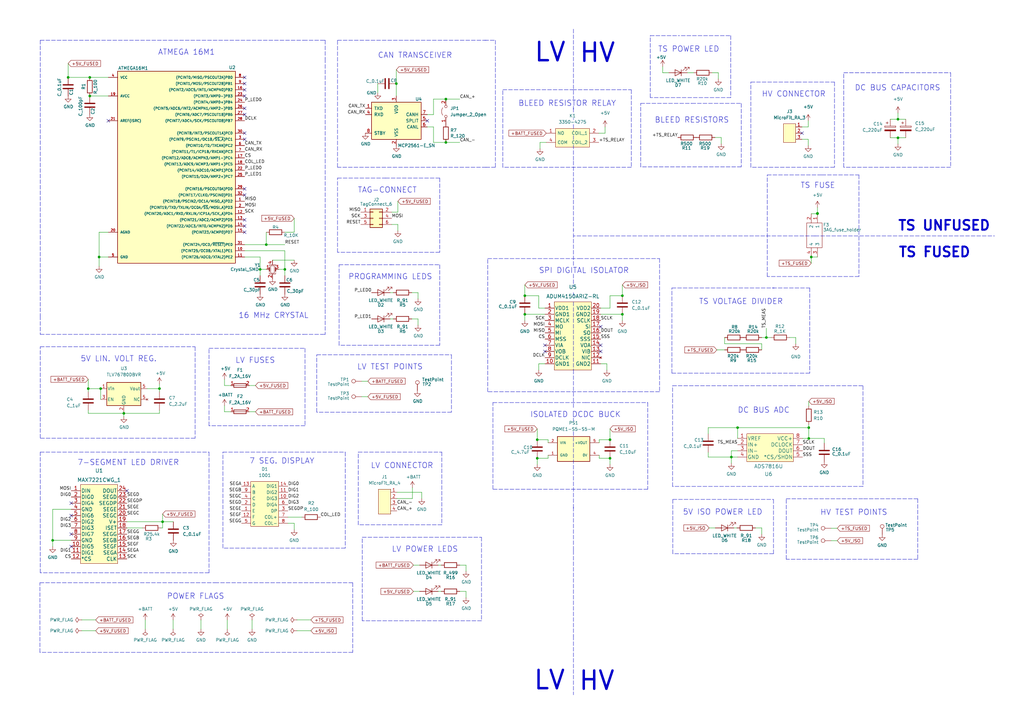
<source format=kicad_sch>
(kicad_sch (version 20211123) (generator eeschema)
  (paper "A3")
  (junction (at 331.724 175.387))
  (junction (at 368.3 48.895))
  (junction (at 40.64 105.41))
  (junction (at 368.3 56.515))
  (junction (at 182.88 58.42))
  (junction (at 255.27 121.285))
  (junction (at 50.8 169.545))
  (junction (at 182.88 40.64))
  (junction (at 335.28 87.63))
  (junction (at 36.195 159.385))
  (junction (at 27.94 31.75))
  (junction (at 255.27 128.905))
  (junction (at 215.265 128.905))
  (junction (at 215.265 121.285))
  (junction (at 162.56 34.29))
  (junction (at 250.19 187.96))
  (junction (at 36.83 39.37))
  (junction (at 66.675 213.995))
  (junction (at 21.59 221.615))
  (junction (at 314.325 138.43))
  (junction (at 220.345 180.34))
  (junction (at 106.68 110.49))
  (junction (at 116.84 110.49))
  (junction (at 65.405 159.385))
  (junction (at 250.19 180.34))
  (junction (at 332.74 105.41))
  (junction (at 302.514 175.387))
  (junction (at 36.83 31.75))
  (junction (at 331.724 179.832))
  (junction (at 220.345 187.96))
  (junction (at 299.974 187.452))
  (junction (at 41.275 159.385))
  (junction (at 109.22 100.33))
  (junction (at 335.28 87.503))
  (no_connect (at 100.33 46.99))
  (no_connect (at 100.33 90.17))
  (no_connect (at 246.38 133.985))
  (no_connect (at 29.21 219.075))
  (no_connect (at 175.26 49.53))
  (no_connect (at 223.52 141.605))
  (no_connect (at 100.33 80.01))
  (no_connect (at 100.33 36.83))
  (no_connect (at 29.21 211.455))
  (no_connect (at 100.33 95.25))
  (no_connect (at 100.33 54.61))
  (no_connect (at 100.33 92.71))
  (no_connect (at 246.38 144.145))
  (no_connect (at 100.33 77.47))
  (no_connect (at 246.38 141.605))
  (no_connect (at 328.93 54.61))
  (no_connect (at 52.07 201.295))
  (no_connect (at 100.33 31.75))
  (no_connect (at 29.21 206.375))
  (no_connect (at 100.33 44.45))
  (no_connect (at 223.52 144.145))
  (no_connect (at 100.33 34.29))
  (no_connect (at 29.21 224.155))
  (no_connect (at 100.33 57.15))
  (no_connect (at 100.33 39.37))
  (no_connect (at 44.45 49.53))
  (wire (pts (xy 40.64 105.41) (xy 40.64 95.25)))
  (polyline (pts (xy 185.166 145.542) (xy 185.166 169.037)))
  (polyline (pts (xy 322.453 204.597) (xy 354.203 204.597)))
  (polyline (pts (xy 171.069 185.42) (xy 181.229 185.42)))
  (wire (pts (xy 116.84 95.25) (xy 120.65 95.25)))
  (polyline (pts (xy 317.246 204.851) (xy 317.246 227.076)))
  (wire (pts (xy 179.705 231.775) (xy 180.975 231.775)))
  (wire (pts (xy 224.79 181.61) (xy 224.79 180.34)))
  (wire (pts (xy 245.745 187.96) (xy 250.19 187.96)))
  (polyline (pts (xy 265.684 165.1) (xy 265.684 200.66)))
  (polyline (pts (xy 299.72 14.605) (xy 299.72 40.005)))
  (polyline (pts (xy 16.51 16.51) (xy 16.51 129.54)))
  (wire (pts (xy 250.19 187.96) (xy 250.19 190.5)))
  (wire (pts (xy 368.3 48.895) (xy 371.475 48.895)))
  (wire (pts (xy 250.19 175.895) (xy 250.19 180.34)))
  (polyline (pts (xy 16.383 239.014) (xy 88.138 239.014)))
  (wire (pts (xy 245.745 181.61) (xy 245.745 180.34)))
  (polyline (pts (xy 144.653 267.589) (xy 16.383 267.589)))
  (wire (pts (xy 281.94 29.845) (xy 284.48 29.845)))
  (wire (pts (xy 36.195 160.655) (xy 36.195 159.385)))
  (wire (pts (xy 220.98 149.225) (xy 223.52 149.225)))
  (wire (pts (xy 172.085 242.57) (xy 169.545 242.57)))
  (polyline (pts (xy 80.01 179.705) (xy 16.51 179.705)))
  (polyline (pts (xy 85.725 185.42) (xy 85.725 234.95)))
  (wire (pts (xy 299.974 184.912) (xy 299.974 187.452)))
  (polyline (pts (xy 353.949 158.242) (xy 353.949 199.517)))
  (polyline (pts (xy 327.025 33.655) (xy 342.265 33.655)))
  (polyline (pts (xy 283.718 42.418) (xy 304.038 42.418)))
  (polyline (pts (xy 124.46 137.16) (xy 132.08 137.16)))
  (polyline (pts (xy 237.49 106.045) (xy 270.51 106.045)))
  (polyline (pts (xy 352.298 113.411) (xy 314.706 113.411)))
  (polyline (pts (xy 85.725 234.95) (xy 16.51 234.95)))
  (wire (pts (xy 27.94 31.75) (xy 36.83 31.75)))
  (wire (pts (xy 365.125 56.515) (xy 368.3 56.515)))
  (wire (pts (xy 191.135 242.57) (xy 191.135 245.11)))
  (wire (pts (xy 248.92 149.225) (xy 248.92 151.765)))
  (wire (pts (xy 343.408 221.742) (xy 340.868 221.742)))
  (wire (pts (xy 335.28 87.503) (xy 335.28 87.63)))
  (wire (pts (xy 175.26 52.07) (xy 177.8 52.07)))
  (polyline (pts (xy 270.51 106.045) (xy 270.51 160.655)))
  (wire (pts (xy 177.8 58.42) (xy 182.88 58.42)))
  (wire (pts (xy 103.378 254.254) (xy 103.378 258.064)))
  (wire (pts (xy 220.98 121.285) (xy 220.98 126.365)))
  (wire (pts (xy 162.814 204.47) (xy 169.164 204.47)))
  (wire (pts (xy 329.184 179.832) (xy 331.724 179.832)))
  (polyline (pts (xy 324.739 158.242) (xy 353.949 158.242)))
  (wire (pts (xy 160.02 120.015) (xy 161.29 120.015)))
  (wire (pts (xy 326.39 138.43) (xy 326.39 140.97)))
  (wire (pts (xy 309.88 216.535) (xy 312.42 216.535)))
  (wire (pts (xy 171.45 120.015) (xy 171.45 122.555)))
  (wire (pts (xy 154.94 34.29) (xy 154.94 38.1)))
  (wire (pts (xy 160.655 86.995) (xy 163.195 86.995)))
  (wire (pts (xy 182.88 57.15) (xy 182.88 58.42)))
  (polyline (pts (xy 180.34 103.505) (xy 138.43 103.505)))
  (wire (pts (xy 41.275 159.385) (xy 41.275 163.83)))
  (wire (pts (xy 250.19 121.285) (xy 250.19 126.365)))
  (wire (pts (xy 224.79 186.69) (xy 224.79 187.96)))
  (wire (pts (xy 60.325 159.385) (xy 65.405 159.385)))
  (polyline (pts (xy 88.138 239.014) (xy 144.653 239.014)))
  (polyline (pts (xy 16.51 137.16) (xy 124.46 137.16)))
  (polyline (pts (xy 206.248 68.58) (xy 206.248 36.83)))
  (polyline (pts (xy 235.204 11.938) (xy 235.204 40.64)))
  (wire (pts (xy 150.876 156.337) (xy 148.336 156.337)))
  (wire (pts (xy 255.27 128.905) (xy 255.27 131.445)))
  (wire (pts (xy 343.408 216.662) (xy 340.868 216.662)))
  (polyline (pts (xy 138.43 73.025) (xy 158.115 73.025)))
  (wire (pts (xy 21.59 224.155) (xy 21.59 221.615)))
  (wire (pts (xy 220.98 126.365) (xy 223.52 126.365)))
  (polyline (pts (xy 235.204 123.825) (xy 235.204 151.765)))
  (wire (pts (xy 297.18 140.97) (xy 297.18 138.43)))
  (wire (pts (xy 368.3 56.515) (xy 368.3 59.055)))
  (wire (pts (xy 335.28 87.63) (xy 332.74 87.63)))
  (wire (pts (xy 215.265 128.905) (xy 215.265 131.445)))
  (polyline (pts (xy 275.844 199.517) (xy 275.844 158.242)))
  (polyline (pts (xy 180.34 141.605) (xy 139.065 141.605)))
  (polyline (pts (xy 266.7 14.605) (xy 278.765 14.605)))
  (wire (pts (xy 290.449 187.452) (xy 299.974 187.452)))
  (wire (pts (xy 102.235 168.91) (xy 104.775 168.91)))
  (polyline (pts (xy 181.229 215.265) (xy 146.939 215.265)))
  (polyline (pts (xy 185.166 169.037) (xy 129.921 169.037)))
  (polyline (pts (xy 160.02 108.585) (xy 180.34 108.585)))
  (wire (pts (xy 162.56 39.37) (xy 162.56 34.29)))
  (polyline (pts (xy 346.075 68.58) (xy 346.075 29.845)))
  (wire (pts (xy 312.42 140.97) (xy 297.18 140.97)))
  (polyline (pts (xy 235.204 94.488) (xy 235.204 94.234)))
  (wire (pts (xy 59.563 258.064) (xy 59.563 254.254)))
  (wire (pts (xy 182.88 58.42) (xy 188.595 58.42)))
  (wire (pts (xy 302.514 187.452) (xy 299.974 187.452)))
  (wire (pts (xy 172.085 231.775) (xy 169.545 231.775)))
  (polyline (pts (xy 266.7 40.005) (xy 266.7 14.605)))
  (wire (pts (xy 92.075 168.91) (xy 94.615 168.91)))
  (polyline (pts (xy 85.725 174.625) (xy 85.725 142.875)))
  (wire (pts (xy 245.618 54.61) (xy 248.158 54.61)))
  (polyline (pts (xy 146.939 185.42) (xy 170.434 185.42)))
  (wire (pts (xy 116.84 110.49) (xy 116.84 102.87)))
  (wire (pts (xy 52.07 216.535) (xy 58.42 216.535)))
  (polyline (pts (xy 275.971 227.076) (xy 275.971 204.851)))
  (wire (pts (xy 27.94 26.035) (xy 27.94 31.75)))
  (wire (pts (xy 331.724 175.387) (xy 331.724 179.832)))
  (wire (pts (xy 172.974 204.47) (xy 172.974 201.93)))
  (polyline (pts (xy 138.43 16.51) (xy 199.39 16.51)))
  (polyline (pts (xy 275.59 118.11) (xy 317.5 118.11)))
  (wire (pts (xy 36.195 169.545) (xy 50.8 169.545)))
  (wire (pts (xy 335.28 85.09) (xy 335.28 87.503)))
  (wire (pts (xy 102.235 158.115) (xy 104.775 158.115)))
  (wire (pts (xy 271.78 27.305) (xy 271.78 29.845)))
  (wire (pts (xy 294.64 29.845) (xy 294.64 32.385)))
  (wire (pts (xy 36.195 159.385) (xy 41.275 159.385)))
  (polyline (pts (xy 124.46 16.51) (xy 132.08 16.51)))
  (polyline (pts (xy 198.755 16.51) (xy 203.2 16.51)))
  (polyline (pts (xy 235.204 112.395) (xy 235.204 117.475)))
  (polyline (pts (xy 206.248 36.83) (xy 234.823 36.83)))
  (polyline (pts (xy 332.105 153.035) (xy 275.59 153.035)))
  (wire (pts (xy 160.655 92.075) (xy 163.195 92.075)))
  (wire (pts (xy 160.02 130.81) (xy 161.29 130.81)))
  (wire (pts (xy 188.595 242.57) (xy 191.135 242.57)))
  (polyline (pts (xy 299.72 40.005) (xy 266.7 40.005)))
  (wire (pts (xy 179.705 242.57) (xy 180.975 242.57)))
  (polyline (pts (xy 235.204 55.626) (xy 235.204 57.404)))
  (wire (pts (xy 66.675 213.995) (xy 71.12 213.995)))
  (wire (pts (xy 290.449 177.927) (xy 290.449 175.387)))
  (wire (pts (xy 66.04 216.535) (xy 66.675 216.535)))
  (polyline (pts (xy 80.01 142.24) (xy 80.01 179.705)))
  (wire (pts (xy 162.56 28.575) (xy 162.56 34.29)))
  (polyline (pts (xy 104.775 142.875) (xy 125.095 142.875)))
  (wire (pts (xy 246.38 128.905) (xy 255.27 128.905)))
  (polyline (pts (xy 51.435 142.24) (xy 80.01 142.24)))
  (wire (pts (xy 169.164 204.47) (xy 169.164 200.025)))
  (wire (pts (xy 168.91 130.81) (xy 171.45 130.81)))
  (polyline (pts (xy 141.605 185.42) (xy 141.605 224.79)))
  (polyline (pts (xy 332.105 118.11) (xy 332.105 153.035)))
  (polyline (pts (xy 16.51 179.705) (xy 16.51 142.24)))
  (wire (pts (xy 312.42 138.43) (xy 314.325 138.43)))
  (polyline (pts (xy 139.065 141.605) (xy 139.065 108.585)))
  (polyline (pts (xy 235.204 48.514) (xy 235.204 49.022)))
  (polyline (pts (xy 235.204 120.015) (xy 235.204 121.285)))
  (polyline (pts (xy 199.39 68.58) (xy 138.43 68.58)))
  (wire (pts (xy 65.405 169.545) (xy 50.8 169.545)))
  (wire (pts (xy 331.47 52.07) (xy 331.47 49.53)))
  (wire (pts (xy 221.488 60.96) (xy 221.488 58.42)))
  (polyline (pts (xy 132.08 137.16) (xy 133.35 137.16)))
  (polyline (pts (xy 352.298 71.755) (xy 352.298 113.411)))
  (polyline (pts (xy 164.211 145.542) (xy 185.166 145.542)))
  (polyline (pts (xy 91.44 185.42) (xy 111.76 185.42)))
  (wire (pts (xy 331.724 164.592) (xy 331.724 166.497)))
  (wire (pts (xy 295.783 56.388) (xy 295.783 58.928)))
  (wire (pts (xy 332.74 105.41) (xy 332.74 107.95)))
  (wire (pts (xy 255.27 121.285) (xy 250.19 121.285)))
  (polyline (pts (xy 141.605 224.79) (xy 91.44 224.79)))
  (wire (pts (xy 40.64 109.22) (xy 40.64 105.41)))
  (polyline (pts (xy 307.975 33.655) (xy 327.025 33.655)))
  (polyline (pts (xy 235.204 44.323) (xy 235.204 46.609)))
  (polyline (pts (xy 258.953 36.83) (xy 258.953 68.58)))
  (polyline (pts (xy 235.204 260.858) (xy 235.204 284.988)))
  (polyline (pts (xy 300.736 204.851) (xy 317.246 204.851)))
  (polyline (pts (xy 144.653 239.014) (xy 144.653 267.589)))
  (wire (pts (xy 224.79 180.34) (xy 220.345 180.34)))
  (polyline (pts (xy 16.383 267.589) (xy 16.383 239.014)))
  (polyline (pts (xy 197.485 220.345) (xy 197.485 254.635)))
  (polyline (pts (xy 148.59 254.635) (xy 148.59 220.345)))
  (wire (pts (xy 127.508 254.254) (xy 121.793 254.254)))
  (wire (pts (xy 120.65 89.535) (xy 120.65 95.25)))
  (wire (pts (xy 116.84 110.49) (xy 116.84 113.03)))
  (wire (pts (xy 292.1 29.845) (xy 294.64 29.845)))
  (wire (pts (xy 109.22 100.33) (xy 116.84 100.33)))
  (polyline (pts (xy 337.058 71.755) (xy 352.298 71.755)))
  (polyline (pts (xy 270.51 160.655) (xy 200.025 160.655)))
  (wire (pts (xy 100.33 100.33) (xy 109.22 100.33)))
  (polyline (pts (xy 146.939 215.265) (xy 146.939 185.42)))
  (polyline (pts (xy 235.204 177.038) (xy 235.204 208.788)))
  (wire (pts (xy 302.514 175.387) (xy 302.514 179.832)))
  (wire (pts (xy 312.42 143.51) (xy 312.42 140.97)))
  (wire (pts (xy 109.22 100.33) (xy 109.22 95.25)))
  (wire (pts (xy 52.07 213.995) (xy 66.675 213.995)))
  (polyline (pts (xy 132.08 16.51) (xy 133.35 16.51)))
  (wire (pts (xy 177.8 40.64) (xy 177.8 46.99)))
  (wire (pts (xy 40.64 95.25) (xy 44.45 95.25)))
  (wire (pts (xy 118.11 214.63) (xy 120.65 214.63)))
  (wire (pts (xy 331.724 174.117) (xy 331.724 175.387)))
  (wire (pts (xy 290.449 175.387) (xy 302.514 175.387)))
  (polyline (pts (xy 240.284 165.1) (xy 265.684 165.1)))
  (polyline (pts (xy 181.229 185.42) (xy 181.229 215.265)))
  (polyline (pts (xy 279.4 14.605) (xy 299.72 14.605)))
  (wire (pts (xy 92.075 155.575) (xy 92.075 158.115)))
  (polyline (pts (xy 353.949 199.517) (xy 275.844 199.517)))
  (wire (pts (xy 328.93 52.07) (xy 331.47 52.07)))
  (wire (pts (xy 36.195 169.545) (xy 36.195 168.275)))
  (polyline (pts (xy 275.971 204.851) (xy 300.736 204.851)))
  (polyline (pts (xy 16.51 234.95) (xy 16.51 185.42)))
  (wire (pts (xy 215.265 128.905) (xy 223.52 128.905)))
  (wire (pts (xy 127.508 258.699) (xy 121.793 258.699)))
  (wire (pts (xy 365.125 48.895) (xy 368.3 48.895)))
  (polyline (pts (xy 85.725 142.875) (xy 105.41 142.875)))
  (polyline (pts (xy 53.34 185.42) (xy 85.725 185.42)))
  (polyline (pts (xy 138.43 68.58) (xy 138.43 16.51)))
  (polyline (pts (xy 16.51 16.51) (xy 124.46 16.51)))
  (polyline (pts (xy 180.34 108.585) (xy 180.34 141.605)))
  (wire (pts (xy 94.615 158.115) (xy 92.075 158.115)))
  (wire (pts (xy 100.33 102.87) (xy 116.84 102.87)))
  (wire (pts (xy 191.135 231.775) (xy 191.135 234.315)))
  (wire (pts (xy 175.26 46.99) (xy 177.8 46.99)))
  (polyline (pts (xy 334.264 96.774) (xy 235.204 96.774)))
  (wire (pts (xy 171.45 130.81) (xy 171.45 133.35)))
  (wire (pts (xy 245.745 186.69) (xy 245.745 187.96)))
  (wire (pts (xy 100.33 105.41) (xy 106.68 105.41)))
  (wire (pts (xy 302.514 175.387) (xy 331.724 175.387)))
  (wire (pts (xy 368.3 46.355) (xy 368.3 48.895)))
  (polyline (pts (xy 235.204 51.054) (xy 235.204 53.594)))
  (wire (pts (xy 293.37 216.535) (xy 290.83 216.535)))
  (polyline (pts (xy 346.075 29.845) (xy 369.57 29.845)))
  (wire (pts (xy 21.59 208.915) (xy 21.59 221.615)))
  (wire (pts (xy 150.876 162.687) (xy 148.336 162.687)))
  (polyline (pts (xy 342.265 33.655) (xy 342.265 68.58)))
  (wire (pts (xy 331.47 57.15) (xy 331.47 59.69)))
  (polyline (pts (xy 314.706 113.411) (xy 314.706 71.755)))
  (polyline (pts (xy 133.35 16.51) (xy 133.35 24.13)))
  (wire (pts (xy 338.074 179.832) (xy 338.074 181.737)))
  (wire (pts (xy 255.27 116.84) (xy 255.27 121.285)))
  (wire (pts (xy 221.488 58.42) (xy 224.028 58.42)))
  (polyline (pts (xy 16.51 185.42) (xy 53.34 185.42)))
  (wire (pts (xy 40.64 105.41) (xy 44.45 105.41)))
  (polyline (pts (xy 203.2 68.58) (xy 198.755 68.58)))
  (wire (pts (xy 106.68 113.03) (xy 106.68 110.49)))
  (polyline (pts (xy 200.025 160.655) (xy 200.025 106.045)))
  (wire (pts (xy 118.11 212.09) (xy 123.825 212.09)))
  (wire (pts (xy 299.974 187.452) (xy 299.974 189.992)))
  (polyline (pts (xy 376.428 229.362) (xy 322.453 229.362)))
  (wire (pts (xy 36.83 39.37) (xy 44.45 39.37)))
  (wire (pts (xy 335.28 105.41) (xy 332.74 105.41)))
  (wire (pts (xy 188.595 231.775) (xy 191.135 231.775)))
  (wire (pts (xy 36.83 31.75) (xy 44.45 31.75)))
  (wire (pts (xy 65.405 159.385) (xy 65.405 160.655)))
  (polyline (pts (xy 235.204 66.04) (xy 235.204 108.966)))
  (wire (pts (xy 312.42 216.535) (xy 312.42 219.075)))
  (polyline (pts (xy 235.204 171.45) (xy 235.204 172.72)))
  (polyline (pts (xy 139.065 108.585) (xy 160.655 108.585)))
  (wire (pts (xy 172.974 201.93) (xy 162.814 201.93)))
  (wire (pts (xy 93.218 258.064) (xy 93.218 254.254)))
  (wire (pts (xy 36.195 155.575) (xy 36.195 159.385)))
  (polyline (pts (xy 91.44 224.79) (xy 91.44 185.42)))
  (polyline (pts (xy 304.038 42.418) (xy 304.038 68.453)))
  (polyline (pts (xy 234.823 36.83) (xy 258.953 36.83)))
  (polyline (pts (xy 180.34 73.025) (xy 180.34 103.505)))
  (polyline (pts (xy 258.953 68.58) (xy 206.248 68.58)))
  (wire (pts (xy 66.675 210.82) (xy 66.675 213.995)))
  (polyline (pts (xy 235.204 59.436) (xy 235.204 66.04)))
  (wire (pts (xy 82.423 254.254) (xy 82.423 258.064)))
  (wire (pts (xy 182.88 40.64) (xy 188.595 40.64)))
  (wire (pts (xy 215.265 121.285) (xy 220.98 121.285)))
  (polyline (pts (xy 314.706 71.755) (xy 337.058 71.755)))
  (polyline (pts (xy 125.095 174.625) (xy 85.725 174.625)))
  (wire (pts (xy 220.98 151.765) (xy 220.98 149.225)))
  (wire (pts (xy 215.265 116.84) (xy 215.265 121.285)))
  (polyline (pts (xy 275.59 153.035) (xy 275.59 118.11)))
  (wire (pts (xy 70.993 258.064) (xy 70.993 254.254)))
  (wire (pts (xy 177.8 40.64) (xy 182.88 40.64)))
  (polyline (pts (xy 202.184 165.1) (xy 240.284 165.1)))
  (polyline (pts (xy 307.975 68.58) (xy 307.975 33.655)))
  (polyline (pts (xy 265.684 200.66) (xy 202.184 200.66)))
  (wire (pts (xy 50.8 168.91) (xy 50.8 169.545)))
  (polyline (pts (xy 235.204 225.806) (xy 235.204 260.858)))
  (wire (pts (xy 114.3 110.49) (xy 116.84 110.49)))
  (polyline (pts (xy 129.921 169.037) (xy 129.921 145.542)))
  (polyline (pts (xy 389.89 68.58) (xy 346.075 68.58)))
  (wire (pts (xy 163.195 82.55) (xy 163.195 86.995)))
  (polyline (pts (xy 148.59 220.345) (xy 171.45 220.345)))
  (wire (pts (xy 314.325 138.43) (xy 314.325 134.62)))
  (polyline (pts (xy 235.204 43.561) (xy 235.204 44.831)))
  (wire (pts (xy 331.724 179.832) (xy 338.074 179.832)))
  (polyline (pts (xy 262.763 68.453) (xy 262.763 42.418)))
  (wire (pts (xy 111.76 106.68) (xy 120.65 106.68)))
  (polyline (pts (xy 171.45 220.345) (xy 197.485 220.345)))
  (wire (pts (xy 368.3 56.515) (xy 371.475 56.515)))
  (polyline (pts (xy 368.935 29.845) (xy 389.89 29.845)))
  (wire (pts (xy 120.65 214.63) (xy 120.65 217.17)))
  (polyline (pts (xy 262.763 42.418) (xy 283.718 42.418)))
  (polyline (pts (xy 138.43 103.505) (xy 138.43 73.025)))
  (wire (pts (xy 290.449 185.547) (xy 290.449 187.452)))
  (polyline (pts (xy 389.89 29.845) (xy 389.89 68.58)))
  (wire (pts (xy 300.99 216.535) (xy 302.26 216.535)))
  (polyline (pts (xy 322.453 229.362) (xy 322.453 204.597)))
  (wire (pts (xy 182.88 41.91) (xy 182.88 40.64)))
  (wire (pts (xy 271.78 29.845) (xy 274.32 29.845)))
  (wire (pts (xy 293.243 56.388) (xy 295.783 56.388)))
  (wire (pts (xy 21.59 221.615) (xy 29.21 221.615)))
  (wire (pts (xy 66.675 216.535) (xy 66.675 213.995)))
  (polyline (pts (xy 334.264 96.774) (xy 407.924 96.774)))
  (polyline (pts (xy 376.428 204.597) (xy 376.428 229.362)))
  (polyline (pts (xy 200.025 106.045) (xy 237.49 106.045)))
  (polyline (pts (xy 235.204 151.765) (xy 235.204 167.64)))
  (polyline (pts (xy 275.844 158.242) (xy 324.739 158.242)))
  (wire (pts (xy 323.85 138.43) (xy 326.39 138.43)))
  (wire (pts (xy 39.243 254.254) (xy 33.528 254.254)))
  (polyline (pts (xy 202.184 200.66) (xy 202.184 165.1)))
  (wire (pts (xy 39.243 258.699) (xy 33.528 258.699)))
  (polyline (pts (xy 129.921 145.542) (xy 164.211 145.542)))
  (wire (pts (xy 328.93 57.15) (xy 331.47 57.15)))
  (polyline (pts (xy 304.038 68.453) (xy 262.763 68.453)))
  (wire (pts (xy 248.158 52.07) (xy 248.158 54.61)))
  (wire (pts (xy 92.075 166.37) (xy 92.075 168.91)))
  (wire (pts (xy 246.38 149.225) (xy 248.92 149.225)))
  (wire (pts (xy 106.68 110.49) (xy 106.68 105.41)))
  (polyline (pts (xy 16.51 129.54) (xy 16.51 137.16)))
  (wire (pts (xy 168.91 120.015) (xy 171.45 120.015)))
  (wire (pts (xy 245.745 180.34) (xy 250.19 180.34)))
  (wire (pts (xy 65.405 168.275) (xy 65.405 169.545)))
  (wire (pts (xy 106.68 110.49) (xy 109.22 110.49)))
  (wire (pts (xy 177.8 52.07) (xy 177.8 58.42)))
  (wire (pts (xy 50.8 169.545) (xy 50.8 170.815)))
  (wire (pts (xy 220.345 175.895) (xy 220.345 180.34)))
  (polyline (pts (xy 158.115 73.025) (xy 180.34 73.025)))
  (polyline (pts (xy 16.51 142.24) (xy 51.435 142.24)))
  (polyline (pts (xy 203.2 16.51) (xy 203.2 68.58)))
  (wire (pts (xy 246.38 126.365) (xy 250.19 126.365)))
  (wire (pts (xy 29.21 208.915) (xy 21.59 208.915)))
  (polyline (pts (xy 111.76 185.42) (xy 141.605 185.42)))
  (wire (pts (xy 163.195 92.075) (xy 163.195 94.615)))
  (wire (pts (xy 220.345 187.96) (xy 220.345 190.5)))
  (polyline (pts (xy 354.203 204.597) (xy 376.428 204.597)))
  (polyline (pts (xy 133.35 24.13) (xy 133.35 137.16)))
  (polyline (pts (xy 316.865 118.11) (xy 332.105 118.11)))
  (wire (pts (xy 314.325 138.43) (xy 316.23 138.43)))
  (wire (pts (xy 224.79 187.96) (xy 220.345 187.96)))
  (polyline (pts (xy 342.265 68.58) (xy 307.975 68.58)))
  (polyline (pts (xy 317.246 227.076) (xy 275.971 227.076)))
  (polyline (pts (xy 125.095 142.875) (xy 125.095 174.625)))
  (polyline (pts (xy 235.204 208.026) (xy 235.204 225.806)))
  (wire (pts (xy 65.405 157.48) (xy 65.405 159.385)))
  (polyline (pts (xy 197.485 254.635) (xy 148.59 254.635)))
  (wire (pts (xy 294.005 143.51) (xy 297.18 143.51)))
  (wire (pts (xy 302.514 184.912) (xy 299.974 184.912)))
  (text "PROGRAMMING LEDS" (at 142.875 114.935 0) (effects (font (size 2.2606 2.2606)) (justify left bottom)))
  (text "POWER FLAGS" (at 68.453 245.999 0) (effects (font (size 2.2606 2.2606)) (justify left bottom)))
  (text "HV" (at 237.236 26.162 0) (effects (font (size 7.5 7.5) (thickness 1) bold) (justify left bottom)))
  (text "LV CONNECTOR" (at 152.019 192.405 0) (effects (font (size 2.2606 2.2606)) (justify left bottom)))
  (text "LV" (at 218.694 25.908 0) (effects (font (size 7.5 7.5) (thickness 1) bold) (justify left bottom)))
  (text "SPI DIGITAL ISOLATOR" (at 220.98 112.395 0) (effects (font (size 2.2606 2.2606)) (justify left bottom)))
  (text "TAG-CONNECT" (at 146.685 79.375 0) (effects (font (size 2.2606 2.2606)) (justify left bottom)))
  (text "BLEED RESISTORS" (at 268.478 50.673 0) (effects (font (size 2.2606 2.2606)) (justify left bottom)))
  (text "HV TEST POINTS" (at 336.423 211.582 0) (effects (font (size 2.2606 2.2606)) (justify left bottom)))
  (text "LV POWER LEDS" (at 160.655 226.695 0) (effects (font (size 2.2606 2.2606)) (justify left bottom)))
  (text "HV" (at 236.982 283.718 0) (effects (font (size 7.5 7.5) (thickness 1) bold) (justify left bottom)))
  (text "7 SEG. DISPLAY" (at 102.235 190.5 0) (effects (font (size 2.2606 2.2606)) (justify left bottom)))
  (text "TS UNFUSED" (at 368.046 94.996 0) (effects (font (size 4 4) (thickness 0.8) bold) (justify left bottom)))
  (text "5V ISO POWER LED" (at 280.035 211.455 0) (effects (font (size 2.2606 2.2606)) (justify left bottom)))
  (text "TS VOLTAGE DIVIDER" (at 286.639 125.095 0) (effects (font (size 2.2606 2.2606)) (justify left bottom)))
  (text "TS FUSED" (at 368.3 105.918 0) (effects (font (size 4 4) (thickness 0.8) bold) (justify left bottom)))
  (text "BLEED RESISTOR RELAY" (at 212.598 43.815 0) (effects (font (size 2.2606 2.2606)) (justify left bottom)))
  (text "16 MHz CRYSTAL\n" (at 97.79 130.81 0) (effects (font (size 2.2606 2.2606)) (justify left bottom)))
  (text "ATMEGA 16M1\n" (at 64.77 22.86 0) (effects (font (size 2.2606 2.2606)) (justify left bottom)))
  (text "5V LIN. VOLT REG." (at 33.02 148.59 0) (effects (font (size 2.2606 2.2606)) (justify left bottom)))
  (text "CAN TRANSCEIVER\n" (at 154.94 24.13 0) (effects (font (size 2.2606 2.2606)) (justify left bottom)))
  (text "TS POWER LED" (at 269.875 21.59 0) (effects (font (size 2.2606 2.2606)) (justify left bottom)))
  (text "ISOLATED DCDC BUCK" (at 217.424 171.45 0) (effects (font (size 2.2606 2.2606)) (justify left bottom)))
  (text "LV TEST POINTS" (at 146.431 151.892 0) (effects (font (size 2.2606 2.2606)) (justify left bottom)))
  (text "DC BUS CAPACITORS" (at 350.52 37.465 0) (effects (font (size 2.2606 2.2606)) (justify left bottom)))
  (text "TS FUSE\n" (at 328.295 77.47 0) (effects (font (size 2.2606 2.2606)) (justify left bottom)))
  (text "DC BUS ADC" (at 302.514 169.672 0) (effects (font (size 2.2606 2.2606)) (justify left bottom)))
  (text "7-SEGMENT LED DRIVER" (at 31.75 191.135 0) (effects (font (size 2.2606 2.2606)) (justify left bottom)))
  (text "LV FUSES" (at 96.52 149.225 0) (effects (font (size 2.2606 2.2606)) (justify left bottom)))
  (text "HV CONNECTOR" (at 312.42 40.005 0) (effects (font (size 2.2606 2.2606)) (justify left bottom)))
  (text "LV" (at 218.44 283.464 0) (effects (font (size 7.5 7.5) (thickness 1) bold) (justify left bottom)))
  (label "DIG1" (at 29.21 226.695 180))
  (label "CAN_+" (at 188.595 40.64 0))
  (label "SCK" (at 52.07 229.235 0))
  (label "P_LED0" (at 100.33 41.91 0))
  (label "SCK" (at 100.33 87.63 0))
  (label "SEGDP" (at 118.11 209.55 0))
  (label "DIG1" (at 118.11 201.93 0))
  (label "P_LED0" (at 100.33 69.85 0))
  (label "SCLK" (at 329.184 182.372 0))
  (label "MOSI" (at 223.52 133.985 180))
  (label "DCLK" (at 100.33 49.53 0))
  (label "+TS_RELAY" (at 278.003 56.388 180))
  (label "SEGA" (at 99.06 199.39 180))
  (label "SEGA" (at 52.07 226.695 0))
  (label "CS" (at 29.21 229.235 180))
  (label "SEGE" (at 99.06 209.55 180))
  (label "SSS" (at 329.184 187.452 0))
  (label "COL_LED" (at 100.33 67.31 0))
  (label "DOUT" (at 246.38 136.525 0))
  (label "MOSI" (at 100.33 85.09 0))
  (label "SEGC" (at 52.07 211.455 0))
  (label "SEGB" (at 52.07 221.615 0))
  (label "CAN_-" (at 162.814 207.01 0))
  (label "P_LED1" (at 152.4 130.81 180))
  (label "SEGG" (at 99.06 214.63 180))
  (label "SEGF" (at 99.06 212.09 180))
  (label "DIG0" (at 29.21 203.835 180))
  (label "SEGG" (at 52.07 219.075 0))
  (label "MOSI" (at 29.21 201.295 180))
  (label "CS" (at 223.52 139.065 180))
  (label "P_LED0" (at 152.4 120.015 180))
  (label "CAN_TX" (at 149.86 44.45 180))
  (label "RESET" (at 147.955 92.075 180))
  (label "P_LED1" (at 100.33 72.39 0))
  (label "SEGC" (at 99.06 204.47 180))
  (label "CAN_+" (at 162.814 209.55 0))
  (label "CAN_TX" (at 100.33 59.69 0))
  (label "CAN_RX" (at 149.86 46.99 180))
  (label "DIG3" (at 29.21 216.535 180))
  (label "SCLK" (at 246.38 131.445 0))
  (label "CAN_-" (at 188.595 58.42 0))
  (label "SEGD" (at 52.07 203.835 0))
  (label "DCLK" (at 223.52 146.685 180))
  (label "MOSI" (at 160.655 89.535 0))
  (label "MISO" (at 223.52 136.525 180))
  (label "MISO" (at 147.955 86.995 180))
  (label "TS_MEAS" (at 302.514 182.372 180))
  (label "SEGD" (at 99.06 207.01 180))
  (label "CS" (at 100.33 64.77 0))
  (label "COL_LED" (at 131.445 212.09 0))
  (label "DOUT" (at 329.184 184.912 0))
  (label "CAN_RX" (at 100.33 62.23 0))
  (label "SEGE" (at 52.07 208.915 0))
  (label "DIG3" (at 118.11 207.01 0))
  (label "MISO" (at 100.33 82.55 0))
  (label "SEGDP" (at 52.07 206.375 0))
  (label "DIG0" (at 118.11 199.39 0))
  (label "SSS" (at 246.38 139.065 0))
  (label "TS_MEAS" (at 314.325 134.62 90))
  (label "+TS_RELAY" (at 245.618 58.42 0))
  (label "SEGB" (at 99.06 201.93 180))
  (label "RESET" (at 116.84 100.33 0))
  (label "SEGF" (at 52.07 224.155 0))
  (label "DIG2" (at 29.21 213.995 180))
  (label "SCK" (at 147.955 89.535 180))
  (label "SCK" (at 223.52 131.445 180))
  (label "DIG2" (at 118.11 204.47 0))
  (global_label "+BATT_FUSED" (shape input) (at 169.545 231.775 180) (property "Intersheet References" "${INTERSHEET_REFS}" (effects hide)))
  (global_label "+BATT_FUSED" (shape input) (at 150.876 156.337 0) (property "Intersheet References" "${INTERSHEET_REFS}" (effects hide)))
  (global_label "+TS_FUSED" (shape input) (at 127.508 254.254 0) (property "Intersheet References" "${INTERSHEET_REFS}" (effects hide)))
  (global_label "+5V_FUSED" (shape input) (at 39.243 258.699 0) (property "Intersheet References" "${INTERSHEET_REFS}" (effects hide)))
  (global_label "+BATT_FUSED" (shape input) (at 224.028 54.61 180) (property "Intersheet References" "${INTERSHEET_REFS}" (effects hide)))
  (global_label "+5V_FUSED" (shape input) (at 66.675 210.82 0) (property "Intersheet References" "${INTERSHEET_REFS}" (effects hide)))
  (global_label "+5V_ISO" (shape input) (at 255.27 116.84 0) (property "Intersheet References" "${INTERSHEET_REFS}" (effects hide)))
  (global_label "+5V_FUSED" (shape input) (at 27.94 26.035 0) (property "Intersheet References" "${INTERSHEET_REFS}" (effects hide)))
  (global_label "+5V_FUSED" (shape input) (at 169.545 242.57 180) (property "Intersheet References" "${INTERSHEET_REFS}" (effects hide)))
  (global_label "+5V_ISO" (shape input) (at 290.83 216.535 180) (property "Intersheet References" "${INTERSHEET_REFS}" (effects hide)))
  (global_label "+5V_FUSED" (shape input) (at 150.876 162.687 0) (property "Intersheet References" "${INTERSHEET_REFS}" (effects hide)))
  (global_label "+5V_FUSED" (shape input) (at 162.56 28.575 0) (property "Intersheet References" "${INTERSHEET_REFS}" (effects hide)))
  (global_label "+5V_FUSED" (shape input) (at 104.775 158.115 0) (property "Intersheet References" "${INTERSHEET_REFS}" (effects hide)))
  (global_label "+BATT_FUSED" (shape input) (at 104.775 168.91 0) (property "Intersheet References" "${INTERSHEET_REFS}" (effects hide)))
  (global_label "+BATT_FUSED" (shape input) (at 36.195 155.575 180) (property "Intersheet References" "${INTERSHEET_REFS}" (effects hide)))
  (global_label "+TS_FUSED" (shape input) (at 332.74 107.95 180) (property "Intersheet References" "${INTERSHEET_REFS}" (effects hide)))
  (global_label "+5V_ISO" (shape input) (at 250.19 175.895 0) (property "Intersheet References" "${INTERSHEET_REFS}" (effects hide)))
  (global_label "+TS_FUSED" (shape input) (at 294.005 143.51 180) (property "Intersheet References" "${INTERSHEET_REFS}" (effects hide)))
  (global_label "+TS_FUSED" (shape input) (at 343.408 216.662 0) (property "Intersheet References" "${INTERSHEET_REFS}" (effects hide)))
  (global_label "+5V_FUSED" (shape input) (at 215.265 116.84 0) (property "Intersheet References" "${INTERSHEET_REFS}" (effects hide)))
  (global_label "+5V_ISO" (shape input) (at 343.408 221.742 0) (property "Intersheet References" "${INTERSHEET_REFS}" (effects hide)))
  (global_label "+5V_ISO" (shape input) (at 331.724 164.592 0) (property "Intersheet References" "${INTERSHEET_REFS}" (effects hide)))
  (global_label "+5V_FUSED" (shape input) (at 220.345 175.895 180) (property "Intersheet References" "${INTERSHEET_REFS}" (effects hide)))
  (global_label "+5V_FUSED" (shape input) (at 120.65 89.535 180) (property "Intersheet References" "${INTERSHEET_REFS}" (effects hide)))
  (global_label "+BATT_FUSED" (shape input) (at 39.243 254.254 0) (property "Intersheet References" "${INTERSHEET_REFS}" (effects hide)))
  (global_label "+5V_ISO" (shape input) (at 127.508 258.699 0) (property "Intersheet References" "${INTERSHEET_REFS}" (effects hide)))
  (global_label "+5V_FUSED" (shape input) (at 163.195 82.55 0) (property "Intersheet References" "${INTERSHEET_REFS}" (effects hide)))
  (symbol (lib_id "Connector:TestPoint") (at 340.868 221.742 90) (unit 1)
    (property "Reference" "TP6" (at 335.788 220.472 90) (effects (justify left)))
    (property "Value" "TestPoint" (at 335.788 222.377 90) (effects (justify left)))
  )
  (symbol (lib_id "Device:R") (at 62.23 216.535 270) (unit 1)
    (property "Reference" "R3" (at 60.96 220.98 90))
    (property "Value" "R25.4k" (at 62.23 219.075 90))
  )
  (symbol (lib_id "formula:R_200") (at 165.1 130.81 270) (unit 1)
    (property "Reference" "R6" (at 165.1 135.89 90))
    (property "Value" "R_91" (at 165.1 133.985 90))
    (property "Footprint" "footprints:R_0805_OEM" (effects hide))
    (property "Datasheet" "https://www.seielect.com/Catalog/SEI-RMCF_RMCP.pdf" (effects hide))
    (property "MFN" "Stackpole" (effects hide))
    (property "MPN" "RMCF0805FT91R0" (effects hide))
    (property "PurchasingLink" "https://www.digikey.com/en/products/detail/stackpole-electronics-inc/RMCF0805FT91R0/1713434" (effects hide))
  )
  (symbol (lib_id "Jumper:Jumper_2_Open") (at 182.88 45.72 90) (unit 1)
    (property "Reference" "JP1" (at 184.658 44.4499 90) (effects (justify right)))
    (property "Value" "Jumper_2_Open" (at 184.658 46.9899 90) (effects (justify right)))
  )
  (symbol (lib_id "formula:C_0.1uF") (at 215.265 125.095 0) (unit 1)
    (property "Reference" "C9" (at 208.915 123.825 0) (effects (justify left)))
    (property "Value" "C_0.1uF" (at 204.47 125.73 0) (effects (justify left)))
    (property "Footprint" "footprints:C_0805_OEM" (effects hide))
    (property "Datasheet" "http://datasheets.avx.com/X7RDielectric.pdf" (effects hide))
    (property "MFN" "DK" (effects hide))
    (property "MPN" "478-3352-1-ND" (effects hide))
    (property "PurchasingLink" "https://www.digikey.com/products/en?keywords=478-3352-1-ND" (effects hide))
  )
  (symbol (lib_id "formula:-TS") (at 295.783 58.928 0) (unit 1)
    (property "Reference" "#PWR?" (effects hide))
    (property "Value" "-TS" (at 295.783 63.373 0))
  )
  (symbol (lib_id "formula:C_1uF") (at 36.195 165.735 0) (unit 1)
    (property "Reference" "C4" (at 27.305 163.83 0) (effects (justify left)))
    (property "Value" "C_1uF" (at 27.305 166.37 0) (effects (justify left)))
    (property "Footprint" "footprints:C_0805_OEM" (effects hide))
    (property "Datasheet" "https://media.digikey.com/pdf/Data%20Sheets/Samsung%20PDFs/CL21B105KBFNNNG_Spec.pdf" (effects hide))
    (property "PurchasingLink" "https://www.digikey.com/en/products/detail/samsung-electro-mechanics/CL21B105KBFNNNG/3894467" (effects hide))
    (property "MFN" "DK" (effects hide))
    (property "MPN" "1276-6470-1-ND" (effects hide))
  )
  (symbol (lib_id "formula:R_100") (at 127.635 212.09 90) (unit 1)
    (property "Reference" "R2" (at 127.635 206.375 90))
    (property "Value" "R_100" (at 127.635 208.915 90))
    (property "Footprint" "footprints:R_0805_OEM" (effects hide))
    (property "Datasheet" "https://www.seielect.com/Catalog/SEI-rncp.pdf" (effects hide))
    (property "MFN" "DK" (effects hide))
    (property "MPN" "RNCP0805FTD100RCT-ND" (effects hide))
    (property "PurchasingLink" "https://www.digikey.com/products/en?keywords=RNCP0805FTD100RCT-ND" (effects hide))
  )
  (symbol (lib_id "power:GND") (at 82.423 258.064 0) (unit 1)
    (property "Reference" "#PWR?" (effects hide))
    (property "Value" "GND" (at 82.423 262.509 0))
  )
  (symbol (lib_id "formula:R_10K") (at 113.03 95.25 270) (unit 1)
    (property "Reference" "R4" (at 113.03 93.218 90))
    (property "Value" "R_10K" (at 119.38 96.52 90))
    (property "Footprint" "footprints:R_0805_OEM" (effects hide))
    (property "Datasheet" "http://www.bourns.com/data/global/pdfs/CRS.pdf" (effects hide))
    (property "MFN" "DK" (effects hide))
    (property "MPN" "CRS0805-FX-1002ELFCT-ND" (effects hide))
    (property "PurchasingLink" "https://www.digikey.com/products/en?keywords=CRS0805-FX-1002ELFCT-ND" (effects hide))
  )
  (symbol (lib_id "power:PWR_FLAG") (at 33.528 254.254 90) (unit 1)
    (property "Reference" "#FLG?" (effects hide))
    (property "Value" "PWR_FLAG" (at 25.273 254.254 90))
  )
  (symbol (lib_id "Device:R") (at 281.813 56.388 270) (unit 1)
    (property "Reference" "R11" (at 281.559 60.706 90))
    (property "Value" "R500" (at 281.559 58.928 90))
    (property "Footprint" "footprints:R_2512_OEM" (effects hide))
    (property "Datasheet" "https://www.ohmite.com/assets/docs/acl_ap101.pdf?r=false" (effects hide))
    (property "MPN" "AP101_500R_F" (effects hide))
    (property "PurchasingLink" "https://www.digikey.com/en/products/detail/ohmite/AP101-500R-F/13909874" (effects hide))
  )
  (symbol (lib_id "power:+BATT") (at 92.075 166.37 0) (unit 1)
    (property "Reference" "#PWR?" (effects hide))
    (property "Value" "+BATT" (at 92.456 161.9758 0))
  )
  (symbol (lib_id "Device:R") (at 308.61 138.43 90) (unit 1)
    (property "Reference" "R14" (at 308.864 134.112 90))
    (property "Value" "R20k" (at 308.864 135.89 90))
    (property "Footprint" "footprints:R_0805_OEM" (effects hide))
    (property "Datasheet" "https://www.digikey.com/en/products/detail/te-connectivity-passive-product/RA73F2A20KBTD/16031211" (effects hide))
    (property "MPN" "RA73F2A20KBTD" (effects hide))
    (property "PurchasingLink" "https://www.digikey.com/en/products/detail/te-connectivity-passive-product/RA73F2A20KBTD/16031211" (effects hide))
  )
  (symbol (lib_id "power:PWR_FLAG") (at 59.563 258.064 180) (unit 1)
    (property "Reference" "#FLG?" (effects hide))
    (property "Value" "PWR_FLAG" (at 59.563 262.509 0))
  )
  (symbol (lib_id "power:GND") (at 149.86 54.61 0) (unit 1)
    (property "Reference" "#PWR?" (effects hide))
    (property "Value" "GND" (at 149.987 59.0042 0))
  )
  (symbol (lib_id "formula:-TS") (at 312.42 219.075 0) (unit 1)
    (property "Reference" "#PWR?" (effects hide))
    (property "Value" "-TS" (at 312.42 223.52 0))
  )
  (symbol (lib_id "formula:-TS") (at 248.92 151.765 0) (unit 1)
    (property "Reference" "#PWR?" (effects hide))
    (property "Value" "-TS" (at 248.92 156.21 0))
  )
  (symbol (lib_id "formula:C_30pF") (at 116.84 116.84 0) (unit 1)
    (property "Reference" "C6" (at 117.348 114.808 0) (effects (justify left)))
    (property "Value" "C_30pF" (at 117.602 119.38 0) (effects (justify left)))
    (property "Footprint" "footprints:C_0805_OEM" (effects hide))
    (property "Datasheet" "https://media.digikey.com/pdf/Data%20Sheets/Samsung%20PDFs/CL_Series_MLCC_ds.pdf" (effects hide))
    (property "MFN" "DK" (effects hide))
    (property "MPN" "1276-1130-1-ND" (effects hide))
    (property "PurchasingLink" "https://www.digikey.com/product-detail/en/samsung-electro-mechanics-america-inc/CL21C300JBANNNC/1276-1130-1-ND/3889216" (effects hide))
  )
  (symbol (lib_id "formula:R_1K") (at 320.04 138.43 90) (unit 1)
    (property "Reference" "R12" (at 321.818 133.858 90) (effects (justify left)))
    (property "Value" "R_1K" (at 322.326 135.89 90) (effects (justify left)))
    (property "Footprint" "footprints:R_0805_OEM" (effects hide))
    (property "Datasheet" "https://www.seielect.com/Catalog/SEI-rncp.pdf" (effects hide))
    (property "MFN" "DK" (effects hide))
    (property "MPN" "RNCP0805FTD1K00CT-ND" (effects hide))
    (property "PurchasingLink" "https://www.digikey.com/products/en?keywords=RNCP0805FTD1K00CT-ND" (effects hide))
  )
  (symbol (lib_id "power:GND") (at 162.56 59.69 0) (unit 1)
    (property "Reference" "#PWR?" (effects hide))
    (property "Value" "GND" (at 162.687 64.0842 0))
  )
  (symbol (lib_id "power:GND") (at 27.94 39.37 0) (unit 1)
    (property "Reference" "#PWR?" (effects hide))
    (property "Value" "GND" (at 28.067 43.7642 0))
  )
  (symbol (lib_id "formula:ADUM4150ARIZ-RL") (at 202.565 126.365 0) (unit 1)
    (property "Reference" "U5" (at 234.95 117.729 0) (effects (font (size 1.524 1.524))))
    (property "Value" "ADUM4150ARIZ-RL" (at 234.95 121.539 0) (effects (font (size 1.524 1.524))))
    (property "Footprint" "footprints:20-SOIC" (effects hide))
    (property "Datasheet" "www.analog.com/media/en/technical-documentation/data-sheets/ADuM4150.pdf" (effects hide))
    (property "Purchasin Link" "www.digikey.com/en/products/detail/analog-devices-inc/ADUM4150ARIZ-RL/5056899" (effects hide))
  )
  (symbol (lib_id "formula:C_30pF") (at 106.68 116.84 0) (unit 1)
    (property "Reference" "C5" (at 103.886 114.808 0) (effects (justify left)))
    (property "Value" "C_30pF" (at 99.822 118.872 0) (effects (justify left)))
    (property "Footprint" "footprints:C_0805_OEM" (effects hide))
    (property "Datasheet" "https://media.digikey.com/pdf/Data%20Sheets/Samsung%20PDFs/CL_Series_MLCC_ds.pdf" (effects hide))
    (property "MFN" "DK" (effects hide))
    (property "MPN" "1276-1130-1-ND" (effects hide))
    (property "PurchasingLink" "https://www.digikey.com/product-detail/en/samsung-electro-mechanics-america-inc/CL21C300JBANNNC/1276-1130-1-ND/3889216" (effects hide))
  )
  (symbol (lib_id "Device:R") (at 300.99 138.43 90) (unit 1)
    (property "Reference" "R8" (at 301.244 134.112 90))
    (property "Value" "R20k" (at 301.244 135.89 90))
    (property "Footprint" "footprints:R_0805_OEM" (effects hide))
    (property "Datasheet" "https://www.digikey.com/en/products/detail/te-connectivity-passive-product/RA73F2A20KBTD/16031211" (effects hide))
    (property "MPN" "RA73F2A20KBTD" (effects hide))
    (property "PurchasingLink" "https://www.digikey.com/en/products/detail/te-connectivity-passive-product/RA73F2A20KBTD/16031211" (effects hide))
  )
  (symbol (lib_id "formula:LED_0805") (at 156.21 120.015 180) (unit 1)
    (property "Reference" "D2" (at 156.21 125.095 0))
    (property "Value" "LED_WHITE" (at 156.21 123.19 0))
    (property "Footprint" "footprints:LED_0805_OEM" (effects hide))
    (property "Datasheet" "http://www.osram-os.com/Graphics/XPic9/00078860_0.pdf" (effects hide))
    (property "MFN" "DK" (effects hide))
    (property "MPN" "475-1410-1-ND" (effects hide))
    (property "PurchasingLink" "https://www.digikey.com/products/en?keywords=475-1410-1-ND" (effects hide))
  )
  (symbol (lib_id "formula:C_0.1uF") (at 27.94 35.56 0) (unit 1)
    (property "Reference" "C1" (at 29.21 39.116 90) (effects (justify left)))
    (property "Value" "C_0.1uF" (at 24.384 39.624 90) (effects (justify left)))
    (property "Footprint" "footprints:C_0805_OEM" (effects hide))
    (property "Datasheet" "http://datasheets.avx.com/X7RDielectric.pdf" (effects hide))
    (property "MFN" "DK" (effects hide))
    (property "MPN" "478-3352-1-ND" (effects hide))
    (property "PurchasingLink" "https://www.digikey.com/products/en?keywords=478-3352-1-ND" (effects hide))
  )
  (symbol (lib_id "formula:LED_0805") (at 278.13 29.845 180) (unit 1)
    (property "Reference" "D7" (at 278.13 34.925 0))
    (property "Value" "LED_WHITE" (at 278.13 33.02 0))
    (property "Footprint" "footprints:LED_0805_OEM" (effects hide))
    (property "Datasheet" "http://www.osram-os.com/Graphics/XPic9/00078860_0.pdf" (effects hide))
    (property "MFN" "DK" (effects hide))
    (property "MPN" "475-1410-1-ND" (effects hide))
    (property "PurchasingLink" "https://www.digikey.com/products/en?keywords=475-1410-1-ND" (effects hide))
  )
  (symbol (lib_id "power:+5V") (at 70.993 254.254 0) (unit 1)
    (property "Reference" "#PWR?" (effects hide))
    (property "Value" "+5V" (at 70.993 249.809 0))
  )
  (symbol (lib_id "power:GND") (at 191.135 245.11 0) (unit 1)
    (property "Reference" "#PWR?" (effects hide))
    (property "Value" "GND" (at 191.262 249.5042 0))
  )
  (symbol (lib_id "Connector:TestPoint") (at 148.336 162.687 90) (unit 1)
    (property "Reference" "TP3" (at 143.256 161.417 90) (effects (justify left)))
    (property "Value" "TestPoint" (at 143.256 163.322 90) (effects (justify left)))
  )
  (symbol (lib_id "power:PWR_FLAG") (at 82.423 254.254 0) (unit 1)
    (property "Reference" "#FLG?" (effects hide))
    (property "Value" "PWR_FLAG" (at 82.423 249.809 0))
  )
  (symbol (lib_id "formula:MCP2561-E_SN") (at 162.56 49.53 0) (unit 1)
    (property "Reference" "U4" (at 171.704 40.64 0))
    (property "Value" "MCP2561-E_SN" (at 170.815 59.69 0))
    (property "Footprint" "footprints:SOIC-8_3.9x4.9mm_Pitch1.27mm_OEM" (effects hide))
    (property "Datasheet" "http://www.microchip.com/mymicrochip/filehandler.aspx?ddocname=en561044" (effects hide))
    (property "MFN" "DK" (effects hide))
    (property "MPN" "MCP2561-E/SN-ND" (effects hide))
    (property "PurchasingLink" "https://www.digikey.com/products/en?keywords=mcp2561-e%2Fsn" (effects hide))
  )
  (symbol (lib_id "power:GND") (at 120.65 217.17 0) (unit 1)
    (property "Reference" "#PWR?" (effects hide))
    (property "Value" "GND" (at 120.65 221.615 0))
  )
  (symbol (lib_id "formula:-TS") (at 361.823 219.202 0) (unit 1)
    (property "Reference" "#PWR?" (effects hide))
    (property "Value" "-TS" (at 361.823 223.647 0))
  )
  (symbol (lib_id "Device:R") (at 288.29 29.845 270) (unit 1)
    (property "Reference" "R10" (at 288.036 34.163 90))
    (property "Value" "R20k" (at 288.036 32.385 90))
    (property "Footprint" "footprints:R_2512_OEM" (effects hide))
    (property "Datasheet" "https://www.digikey.com/en/products/detail/vishay-dale/RS01020K00FE73/1166366" (effects hide))
    (property "MPN" "RS01020K00FE73" (effects hide))
    (property "PurchasingLink" "https://www.digikey.com/en/products/detail/vishay-dale/RS01020K00FE73/1166366" (effects hide))
  )
  (symbol (lib_id "formula:C_0.1uF") (at 158.75 34.29 270) (unit 1)
    (property "Reference" "C8" (at 161.544 33.02 90))
    (property "Value" "C_0.1uF" (at 153.924 33.274 90))
    (property "Footprint" "footprints:C_0805_OEM" (effects hide))
    (property "Datasheet" "http://datasheets.avx.com/X7RDielectric.pdf" (effects hide))
    (property "MFN" "DK" (effects hide))
    (property "MPN" "478-3352-1-ND" (effects hide))
    (property "PurchasingLink" "https://www.digikey.com/products/en?keywords=478-3352-1-ND" (effects hide))
  )
  (symbol (lib_id "formula:C_100pF") (at 36.83 43.18 0) (unit 1)
    (property "Reference" "C2" (at 38.1 46.99 90) (effects (justify left)))
    (property "Value" "C_100pF" (at 33.02 47.752 90) (effects (justify left)))
    (property "Footprint" "footprints:C_0805_OEM" (effects hide))
    (property "Datasheet" "https://katalog.we-online.de/pbs/datasheet/885012007057.pdf" (effects hide))
    (property "MFN" "DK" (effects hide))
    (property "MPN" "732-7852-1-ND" (effects hide))
    (property "PurchasingLink" "https://www.digikey.com/product-detail/en/wurth-electronics-inc/885012007057/732-7852-1-ND/5454479" (effects hide))
  )
  (symbol (lib_id "formula:-TS") (at 255.27 131.445 0) (unit 1)
    (property "Reference" "#PWR?" (effects hide))
    (property "Value" "-TS" (at 255.27 135.89 0))
  )
  (symbol (lib_id "Device:R") (at 331.724 170.307 0) (unit 1)
    (property "Reference" "R13" (at 333.629 169.0369 0) (effects (justify left)))
    (property "Value" "R10" (at 333.629 171.5769 0) (effects (justify left)))
  )
  (symbol (lib_id "formula:-TS") (at 331.47 59.69 0) (unit 1)
    (property "Reference" "#PWR?" (effects hide))
    (property "Value" "-TS" (at 331.47 64.135 0))
  )
  (symbol (lib_id "power:GND") (at 215.265 131.445 0) (unit 1)
    (property "Reference" "#PWR?" (effects hide))
    (property "Value" "GND" (at 215.265 135.89 0))
  )
  (symbol (lib_id "formula:Crystal_SMD") (at 111.76 110.49 0) (unit 1)
    (property "Reference" "Y1" (at 104.394 108.712 0) (effects (justify left)))
    (property "Value" "Crystal_SMD" (at 94.488 110.49 0) (effects (justify left)))
    (property "Footprint" "footprints:Crystal_SMD_FA238" (effects hide))
    (property "Datasheet" "http://www.txccorp.com/download/products/quartz_crystals/2015TXC_7M_17.pdf" (effects hide))
    (property "MFN" "DK" (effects hide))
    (property "MPN" "887-1125-1-ND" (effects hide))
    (property "PurchasingLink" "https://www.digikey.com/product-detail/en/txc-corporation/7M-16.000MAAJ-T/887-1125-1-ND/2119014" (effects hide))
  )
  (symbol (lib_id "formula:-TS") (at 368.3 59.055 0) (unit 1)
    (property "Reference" "#PWR?" (effects hide))
    (property "Value" "-TS" (at 368.3 63.5 0))
  )
  (symbol (lib_id "formula:-TS") (at 250.19 190.5 0) (unit 1)
    (property "Reference" "#PWR?" (effects hide))
    (property "Value" "-TS" (at 250.19 194.945 0))
  )
  (symbol (lib_name "3AG_fuse_holder_1") (lib_id "formula:3AG_fuse_holder") (at 335.28 86.36 270) (unit 1)
    (property "Reference" "F3" (at 337.566 92.202 90) (effects (justify left)))
    (property "Value" "3AG_fuse_holder" (at 337.566 94.234 90) (effects (justify left)))
    (property "Footprint" "footprints:4245" (effects hide))
    (property "Datasheet" "https://www.keyelco.com/product-pdf.cfm?p=322" (effects hide))
    (property "Description" "Hldr, Fuse; Brass; PCB Mount; 1347 in. L x 0.285 in. W; Clips; UL Listed" (effects hide))
    (property "Height" "13" (effects hide))
    (property "Manufacturer_Part_Number" "4245" (effects hide))
    (property "Digikey Part Number" "36-4245-ND" (effects hide))
    (property "PurchasingLink" "https://www.digikey.com/en/products/detail/keystone-electronics/4245/316165" (effects hide))
    (property "FuseMPN" "https://www.digikey.com/en/products/detail/bel-fuse-inc/0ADBC0200-BE/8028431" (effects hide))
    (property "FusePurchasingLink" "https://www.digikey.com/en/products/detail/bel-fuse-inc/0ADBC0200-BE/8028431" (effects hide))
  )
  (symbol (lib_id "Device:R") (at 308.61 143.51 270) (unit 1)
    (property "Reference" "R15" (at 308.356 147.828 90))
    (property "Value" "R20k" (at 308.356 146.05 90))
    (property "Footprint" "footprints:R_0805_OEM" (effects hide))
    (property "Datasheet" "https://www.digikey.com/en/products/detail/te-connectivity-passive-product/RA73F2A20KBTD/16031211" (effects hide))
    (property "MPN" "RA73F2A20KBTD" (effects hide))
    (property "PurchasingLink" "https://www.digikey.com/en/products/detail/te-connectivity-passive-product/RA73F2A20KBTD/16031211" (effects hide))
  )
  (symbol (lib_id "power:GND") (at 220.98 151.765 0) (unit 1)
    (property "Reference" "#PWR?" (effects hide))
    (property "Value" "GND" (at 220.98 156.21 0))
  )
  (symbol (lib_id "Device:R") (at 300.99 143.51 270) (unit 1)
    (property "Reference" "R9" (at 300.736 147.828 90))
    (property "Value" "R20k" (at 300.736 146.05 90))
    (property "Footprint" "footprints:R_0805_OEM" (effects hide))
    (property "Datasheet" "https://www.digikey.com/en/products/detail/te-connectivity-passive-product/RA73F2A20KBTD/16031211" (effects hide))
    (property "MPN" "RA73F2A20KBTD" (effects hide))
    (property "PurchasingLink" "https://www.digikey.com/en/products/detail/te-connectivity-passive-product/RA73F2A20KBTD/16031211" (effects hide))
  )
  (symbol (lib_id "formula:1001") (at 108.585 207.01 0) (unit 1)
    (property "Reference" "D1" (at 108.585 192.405 0))
    (property "Value" "1001" (at 108.585 194.945 0))
    (property "Datasheet" "https://cdn-shop.adafruit.com/datasheets/1001datasheet.pdf" (effects hide))
    (property "MPN" "1001" (effects hide))
    (property "DigikeyPN" "1528-1513-ND" (effects hide))
    (property "PurchasingLink" "https://www.digikey.com/en/products/detail/adafruit-industries-llc/1001/5774239?s=N4IgTCBcDaIIYBM4DMBOBXAlgFwAQEYAGQ-EAXQF8g" (effects hide))
  )
  (symbol (lib_id "power:GND") (at 40.64 109.22 0) (unit 1)
    (property "Reference" "#PWR?" (effects hide))
    (property "Value" "GND" (at 40.767 113.6142 0))
  )
  (symbol (lib_id "Connector:TestPoint") (at 361.823 219.202 0) (unit 1)
    (property "Reference" "TP5" (at 366.903 217.297 0) (effects (justify right)))
    (property "Value" "TestPoint" (at 371.983 215.392 0) (effects (justify right)))
  )
  (symbol (lib_id "formula:TagConnect_6") (at 153.035 89.535 0) (unit 1)
    (property "Reference" "J2" (at 154.305 81.915 0))
    (property "Value" "TagConnect_6" (at 154.305 83.693 0))
    (property "Datasheet" "https://www.tag-connect.com/wp-content/uploads/bsk-pdf-manager/2019/12/TC2030-IDC-NL-Datasheet-Rev-B.pdf" (effects hide))
  )
  (symbol (lib_id "power:+5V") (at 92.075 155.575 0) (unit 1)
    (property "Reference" "#PWR?" (effects hide))
    (property "Value" "+5V" (at 92.456 151.1808 0))
  )
  (symbol (lib_id "formula:R_120_DNP") (at 182.88 54.61 0) (unit 1)
    (property "Reference" "R7" (at 184.658 53.4416 0) (effects (justify left)))
    (property "Value" "R_120" (at 184.658 55.753 0) (effects (justify left)))
    (property "Footprint" "footprints:R_0805_OEM" (effects hide))
    (property "Datasheet" "https://www.mouser.com/datasheet/2/315/AOA0000C304-1149620.pdf" (effects hide))
    (property "MFN" "DK" (effects hide))
    (property "MPN" "667-ERJ-6ENF1200V" (effects hide))
    (property "PurchasingLink" "https://www.mouser.com/ProductDetail/Panasonic-Industrial-Devices/ERJ-6ENF1200V?qs=sGAEpiMZZMvdGkrng054t8AJgcdMkx7x%252bFQnctTMUmU%3d" (effects hide))
  )
  (symbol (lib_id "power:GND") (at 163.195 94.615 0) (unit 1)
    (property "Reference" "#PWR?" (effects hide))
    (property "Value" "GND" (at 163.195 99.06 0))
  )
  (symbol (lib_id "formula:-TS") (at 326.39 140.97 0) (unit 1)
    (property "Reference" "#PWR?" (effects hide))
    (property "Value" "-TS" (at 326.39 146.304 0))
  )
  (symbol (lib_id "formula:C_0.1uF") (at 71.12 217.805 0) (unit 1)
    (property "Reference" "C3" (at 74.93 216.5349 0) (effects (justify left)))
    (property "Value" "C_0.1uF" (at 74.93 219.0749 0) (effects (justify left)))
    (property "Footprint" "footprints:C_0805_OEM" (effects hide))
    (property "Datasheet" "http://datasheets.avx.com/X7RDielectric.pdf" (effects hide))
    (property "MFN" "DK" (effects hide))
    (property "MPN" "478-3352-1-ND" (effects hide))
    (property "PurchasingLink" "https://www.digikey.com/products/en?keywords=478-3352-1-ND" (effects hide))
  )
  (symbol (lib_id "power:GND") (at 171.45 133.35 0) (unit 1)
    (property "Reference" "#PWR?" (effects hide))
    (property "Value" "GND" (at 171.577 137.7442 0))
  )
  (symbol (lib_id "power:GND") (at 50.8 170.815 0) (unit 1)
    (property "Reference" "#PWR?" (effects hide))
    (property "Value" "GND" (at 50.927 175.2092 0))
  )
  (symbol (lib_id "power:PWR_FLAG") (at 70.993 258.064 180) (unit 1)
    (property "Reference" "#FLG?" (effects hide))
    (property "Value" "PWR_FLAG" (at 70.993 262.509 0))
  )
  (symbol (lib_id "power:GND") (at 221.488 60.96 0) (unit 1)
    (property "Reference" "#PWR?" (effects hide))
    (property "Value" "GND" (at 221.488 65.405 0))
  )
  (symbol (lib_id "power:+BATT") (at 169.164 200.025 0) (unit 1)
    (property "Reference" "#PWR?" (effects hide))
    (property "Value" "+BATT" (at 169.545 195.6308 0))
  )
  (symbol (lib_id "Connector:TestPoint") (at 171.196 160.147 0) (unit 1)
    (property "Reference" "TP2" (at 176.911 157.607 0) (effects (justify right)))
    (property "Value" "TestPoint" (at 181.991 155.702 0) (effects (justify right)))
  )
  (symbol (lib_id "formula:LED_0805") (at 297.18 216.535 180) (unit 1)
    (property "Reference" "D6" (at 297.18 221.615 0))
    (property "Value" "LED_WHITE" (at 297.18 219.71 0))
    (property "Footprint" "footprints:LED_0805_OEM" (effects hide))
    (property "Datasheet" "http://www.osram-os.com/Graphics/XPic9/00078860_0.pdf" (effects hide))
    (property "MFN" "DK" (effects hide))
    (property "MPN" "475-1410-1-ND" (effects hide))
    (property "PurchasingLink" "https://www.digikey.com/products/en?keywords=475-1410-1-ND" (effects hide))
  )
  (symbol (lib_name "TLV76780DBVR_1") (lib_id "formula:TLV76780DBVR") (at 50.8 160.02 0) (unit 1)
    (property "Reference" "U3" (at 50.8 151.13 0))
    (property "Value" "TLV76780DBVR" (at 50.8 153.67 0))
    (property "Footprint" "footprints:SOT-23-5" (effects hide))
    (property "Datasheet" "https://www.ti.com/lit/ds/symlink/tlv767.pdf" (effects hide))
    (property "MFN" "TI" (effects hide))
    (property "MPN" "TLV76780DBVR" (effects hide))
    (property "PurchasingLink" "https://www.digikey.com/en/product/detail/texas-instruments/TLV76780DBVR/15212773" (effects hide))
  )
  (symbol (lib_id "Device:C_Polarized") (at 371.475 52.705 0) (unit 1)
    (property "Reference" "C15" (at 375.285 50.5459 0) (effects (justify left)))
    (property "Value" "C_220uF" (at 375.285 53.0859 0) (effects (justify left)))
    (property "Datasheet" "https://www.nichicon.co.jp/english/products/pdfs/e-lls.pdf" (effects hide))
    (property "PurchasingLink" "https://www.digikey.com/en/products/detail/nichicon/LLS2W221MELB/1004272" (effects hide))
  )
  (symbol (lib_id "formula:-TS") (at 338.074 189.357 0) (unit 1)
    (property "Reference" "#PWR?" (effects hide))
    (property "Value" "-TS" (at 338.074 193.802 0))
  )
  (symbol (lib_id "formula:ATMEGA16M1") (at 72.39 74.93 0) (unit 1)
    (property "Reference" "U2" (at 95.25 27.686 0))
    (property "Value" "ATMEGA16M1" (at 54.61 27.94 0))
    (property "Footprint" "footprints:TQFP-32_7x7mm_Pitch0.8mm" (effects hide))
    (property "Datasheet" "http://ww1.microchip.com/downloads/en/DeviceDoc/Atmel-8209-8-bit%20AVR%20ATmega16M1-32M1-64M1_Datasheet.pdf" (effects hide))
    (property "MFN" "DK" (effects hide))
    (property "MPN" "ATMEGA16M1-AU-ND" (effects hide))
    (property "PurchasingLink" "https://www.digikey.com/product-detail/en/atmel/ATMEGA16M1-AU/ATMEGA16M1-AU-ND/2271208" (effects hide))
  )
  (symbol (lib_id "power:GND") (at 120.65 106.68 0) (unit 1)
    (property "Reference" "#PWR?" (effects hide))
    (property "Value" "GND" (at 120.777 111.0742 0))
  )
  (symbol (lib_id "power:GND") (at 171.196 160.147 0) (unit 1)
    (property "Reference" "#PWR?" (effects hide))
    (property "Value" "GND" (at 171.323 164.5412 0))
  )
  (symbol (lib_id "formula:LED_0805") (at 175.895 231.775 180) (unit 1)
    (property "Reference" "D4" (at 175.895 236.855 0))
    (property "Value" "LED_WHITE" (at 175.895 234.95 0))
    (property "Footprint" "footprints:LED_0805_OEM" (effects hide))
    (property "Datasheet" "http://www.osram-os.com/Graphics/XPic9/00078860_0.pdf" (effects hide))
    (property "MFN" "DK" (effects hide))
    (property "MPN" "475-1410-1-ND" (effects hide))
    (property "PurchasingLink" "https://www.digikey.com/products/en?keywords=475-1410-1-ND" (effects hide))
  )
  (symbol (lib_id "formula:+TS") (at 335.28 85.09 0) (unit 1)
    (property "Reference" "#PWR?" (effects hide))
    (property "Value" "+TS" (at 335.28 80.01 0))
  )
  (symbol (lib_id "power:GND") (at 106.68 120.65 0) (unit 1)
    (property "Reference" "#PWR?" (effects hide))
    (property "Value" "GND" (at 106.807 125.0442 0))
  )
  (symbol (lib_id "formula:C_0.1uF") (at 338.074 185.547 0) (unit 1)
    (property "Reference" "C16" (at 341.249 184.277 0) (effects (justify left)))
    (property "Value" "C_0.1uF" (at 341.249 186.182 0) (effects (justify left)))
    (property "Footprint" "footprints:C_0805_OEM" (effects hide))
    (property "Datasheet" "http://datasheets.avx.com/X7RDielectric.pdf" (effects hide))
    (property "MFN" "DK" (effects hide))
    (property "MPN" "478-3352-1-ND" (effects hide))
    (property "PurchasingLink" "https://www.digikey.com/products/en?keywords=478-3352-1-ND" (effects hide))
  )
  (symbol (lib_id "formula:C_0.1uF") (at 255.27 125.095 0) (unit 1)
    (property "Reference" "C12" (at 259.08 123.8249 0) (effects (justify left)))
    (property "Value" "C_0.1uF" (at 259.08 126.3649 0) (effects (justify left)))
    (property "Footprint" "footprints:C_0805_OEM" (effects hide))
    (property "Datasheet" "http://datasheets.avx.com/X7RDielectric.pdf" (effects hide))
    (property "MFN" "DK" (effects hide))
    (property "MPN" "478-3352-1-ND" (effects hide))
    (property "PurchasingLink" "https://www.digikey.com/products/en?keywords=478-3352-1-ND" (effects hide))
  )
  (symbol (lib_id "power:PWR_FLAG") (at 33.528 258.699 90) (unit 1)
    (property "Reference" "#FLG?" (effects hide))
    (property "Value" "PWR_FLAG" (at 25.273 258.699 90))
  )
  (symbol (lib_id "power:GND") (at 191.135 234.315 0) (unit 1)
    (property "Reference" "#PWR?" (effects hide))
    (property "Value" "GND" (at 191.262 238.7092 0))
  )
  (symbol (lib_id "formula:-TS") (at 294.64 32.385 0) (unit 1)
    (property "Reference" "#PWR?" (effects hide))
    (property "Value" "-TS" (at 294.64 36.83 0))
  )
  (symbol (lib_id "power:GND") (at 71.12 221.615 0) (unit 1)
    (property "Reference" "#PWR?" (effects hide))
    (property "Value" "GND" (at 71.12 226.06 0))
  )
  (symbol (lib_id "formula:R_1.87M") (at 184.785 231.775 270) (unit 1)
    (property "Reference" "R16" (at 184.785 236.855 90))
    (property "Value" "R_499" (at 184.785 234.95 90))
    (property "Footprint" "footprints:R_0805_OEM" (effects hide))
    (property "Datasheet" "https://www.digikey.com/en/products/detail/stackpole-electronics-inc/RNCP0805FTD499R/2240221" (effects hide))
    (property "MFN" "DK" (effects hide))
    (property "MPN" "RNCP0805FTD499R" (effects hide))
  )
  (symbol (lib_id "power:GND") (at 172.974 204.47 0) (unit 1)
    (property "Reference" "#PWR?" (effects hide))
    (property "Value" "GND" (at 172.974 208.915 0))
  )
  (symbol (lib_id "power:GND") (at 220.345 190.5 0) (unit 1)
    (property "Reference" "#PWR?" (effects hide))
    (property "Value" "GND" (at 220.345 194.945 0))
  )
  (symbol (lib_id "formula:LED_0805") (at 156.21 130.81 180) (unit 1)
    (property "Reference" "D3" (at 156.21 135.89 0))
    (property "Value" "LED_WHITE" (at 156.21 133.985 0))
    (property "Footprint" "footprints:LED_0805_OEM" (effects hide))
    (property "Datasheet" "http://www.osram-os.com/Graphics/XPic9/00078860_0.pdf" (effects hide))
    (property "MFN" "DK" (effects hide))
    (property "MPN" "475-1410-1-ND" (effects hide))
    (property "PurchasingLink" "https://www.digikey.com/products/en?keywords=475-1410-1-ND" (effects hide))
  )
  (symbol (lib_id "formula:C_2.2uF") (at 65.405 165.735 0) (unit 1)
    (property "Reference" "C7" (at 69.215 163.1949 0) (effects (justify left)))
    (property "Value" "C_2.2uF" (at 69.215 165.7349 0) (effects (justify left)))
    (property "Footprint" "footprints:C_0805_OEM" (effects hide))
    (property "Datasheet" "https://media.digikey.com/pdf/Data%20Sheets/Samsung%20PDFs/CL21A225KBFNNNE_Spec.pdf" (effects hide))
    (property "PurchasingLink" "https://www.digikey.com/en/products/detail/samsung-electro-mechanics/CL21A225KBFNNNE/5961186" (effects hide))
    (property "MFN" "1276-6702-1-ND" (effects hide))
    (property "MPN" "DK" (effects hide))
  )
  (symbol (lib_id "power:PWR_FLAG") (at 93.218 258.064 180) (unit 1)
    (property "Reference" "#FLG?" (effects hide))
    (property "Value" "PWR_FLAG" (at 93.218 262.509 0))
  )
  (symbol (lib_id "power:PWR_FLAG") (at 121.793 254.254 90) (unit 1)
    (property "Reference" "#FLG?" (effects hide))
    (property "Value" "PWR_FLAG" (at 113.538 254.254 90))
  )
  (symbol (lib_id "formula:ADS7816U") (at 313.944 179.832 0) (unit 1)
    (property "Reference" "U6" (at 315.214 194.437 0) (effects (font (size 1.524 1.524))))
    (property "Value" "ADS7816U" (at 315.214 191.262 0) (effects (font (size 1.524 1.524))))
    (property "Footprint" "footprints:8-SOIC" (effects hide))
    (property "Datasheet" "https://www.ti.com/lit/ds/symlink/ads7816.pdf?HQS=dis-dk-null-digikeymode-dsf-pf-null-wwe&ts=1675577196426&ref_url=https%253A%252F%252Fwww.ti.com%252Fgeneral%252Fdocs%252Fsuppproductinfo.tsp%253FdistId%253D10%2526gotoUrl%253Dhttps%253A%252F%252Fwww.ti.com%252Flit%252Fgpn%252Fads7816" (effects hide))
    (property "PurchasingLink" "https://www.digikey.com/en/products/detail/texas-instruments/ADS7816U/254631" (effects hide))
  )
  (symbol (lib_id "formula:+TS") (at 271.78 27.305 0) (unit 1)
    (property "Reference" "#PWR?" (effects hide))
    (property "Value" "+TS" (at 271.145 23.495 0))
  )
  (symbol (lib_id "Connector:TestPoint") (at 340.868 216.662 90) (unit 1)
    (property "Reference" "TP4" (at 335.788 215.392 90) (effects (justify left)))
    (property "Value" "TestPoint" (at 335.788 217.297 90) (effects (justify left)))
  )
  (symbol (lib_id "formula:R_200") (at 165.1 120.015 270) (unit 1)
    (property "Reference" "R5" (at 165.1 125.095 90))
    (property "Value" "R_91" (at 165.1 123.19 90))
    (property "Footprint" "footprints:R_0805_OEM" (effects hide))
    (property "Datasheet" "https://www.seielect.com/Catalog/SEI-RMCF_RMCP.pdf" (effects hide))
    (property "MFN" "Stackpole" (effects hide))
    (property "MPN" "RMCF0805FT91R0" (effects hide))
    (property "PurchasingLink" "https://www.digikey.com/en/products/detail/stackpole-electronics-inc/RMCF0805FT91R0/1713434" (effects hide))
  )
  (symbol (lib_id "formula:R_100") (at 36.83 35.56 0) (unit 1)
    (property "Reference" "R1" (at 34.29 36.83 90) (effects (justify left)))
    (property "Value" "R_100" (at 39.116 38.608 90) (effects (justify left)))
    (property "Footprint" "footprints:R_0805_OEM" (effects hide))
    (property "Datasheet" "https://www.seielect.com/Catalog/SEI-rncp.pdf" (effects hide))
    (property "MFN" "DK" (effects hide))
    (property "MPN" "RNCP0805FTD100RCT-ND" (effects hide))
    (property "PurchasingLink" "https://www.digikey.com/products/en?keywords=RNCP0805FTD100RCT-ND" (effects hide))
  )
  (symbol (lib_id "power:GND") (at 116.84 120.65 0) (unit 1)
    (property "Reference" "#PWR?" (effects hide))
    (property "Value" "GND" (at 116.967 125.0442 0))
  )
  (symbol (lib_id "formula:MicroFit_RA_4") (at 157.734 205.74 0) (unit 1)
    (property "Reference" "J1" (at 157.734 195.58 0))
    (property "Value" "MicroFit_RA_4" (at 157.734 198.12 0))
    (property "Footprint" "footprints:MicroFit_RA_4" (effects hide))
    (property "Purchasing Link" "https://www.digikey.com/product-detail/en/molex/0430450400/WM1814-ND/252527" (effects hide))
    (property "PurchasingLink" "https://www.digikey.com/product-detail/en/molex/0430450400/WM1814-ND/252527" (effects hide))
  )
  (symbol (lib_id "Device:R") (at 289.433 56.388 270) (unit 1)
    (property "Reference" "R19" (at 289.179 60.706 90))
    (property "Value" "R500" (at 289.179 58.928 90))
    (property "Footprint" "footprints:R_2512_OEM" (effects hide))
    (property "Datasheet" "https://www.ohmite.com/assets/docs/acl_ap101.pdf?r=false" (effects hide))
    (property "MPN" "AP101_500R_F" (effects hide))
    (property "PurchasingLink" "https://www.digikey.com/en/products/detail/ohmite/AP101-500R-F/13909874" (effects hide))
  )
  (symbol (lib_id "power:+5V") (at 65.405 157.48 0) (unit 1)
    (property "Reference" "#PWR?" (effects hide))
    (property "Value" "+5V" (at 65.786 153.0858 0))
  )
  (symbol (lib_id "formula:C_10uF") (at 250.19 185.42 0) (unit 1)
    (property "Reference" "C11" (at 254 182.8799 0) (effects (justify left)))
    (property "Value" "C_10uF" (at 254 185.4199 0) (effects (justify left)))
    (property "Footprint" "footprints:C_0805_OEM" (effects hide))
    (property "Datasheet" "http://www.samsungsem.com/kr/support/product-search/mlcc/__icsFiles/afieldfile/2018/06/20/CL21A106KPFNNNE.pdf" (effects hide))
    (property "MFN" "DK" (effects hide))
    (property "MPN" "1276-1052-1-ND" (effects hide))
    (property "PurchasingLink" "https://www.digikey.com/product-detail/en/samsung-electro-mechanics/CL21A106KPFNNNE/1276-1052-1-ND/3889138" (effects hide))
  )
  (symbol (lib_id "formula:+TS") (at 93.218 254.254 0) (unit 1)
    (property "Reference" "#PWR?" (effects hide))
    (property "Value" "+TS" (at 93.218 249.809 0))
  )
  (symbol (lib_id "formula:-TS") (at 103.378 258.064 0) (unit 1)
    (property "Reference" "#PWR?" (effects hide))
    (property "Value" "-TS" (at 103.378 262.509 0))
  )
  (symbol (lib_id "formula:LED_0805") (at 175.895 242.57 180) (unit 1)
    (property "Reference" "D5" (at 175.895 247.65 0))
    (property "Value" "LED_WHITE" (at 175.895 245.745 0))
    (property "Footprint" "footprints:LED_0805_OEM" (effects hide))
    (property "Datasheet" "http://www.osram-os.com/Graphics/XPic9/00078860_0.pdf" (effects hide))
    (property "MFN" "DK" (effects hide))
    (property "MPN" "475-1410-1-ND" (effects hide))
    (property "PurchasingLink" "https://www.digikey.com/products/en?keywords=475-1410-1-ND" (effects hide))
  )
  (symbol (lib_id "power:GND") (at 21.59 224.155 0) (unit 1)
    (property "Reference" "#PWR?" (effects hide))
    (property "Value" "GND" (at 21.59 228.6 0))
  )
  (symbol (lib_id "power:PWR_FLAG") (at 103.378 254.254 0) (unit 1)
    (property "Reference" "#FLG?" (effects hide))
    (property "Value" "PWR_FLAG" (at 103.378 249.809 0))
  )
  (symbol (lib_id "formula:MAX7221CWG_1") (at 8.255 201.295 0) (unit 1)
    (property "Reference" "U1" (at 40.64 193.04 0) (effects (font (size 1.524 1.524))))
    (property "Value" "MAX7221CWG_1" (at 40.64 196.85 0) (effects (font (size 1.524 1.524))))
    (property "Footprint" "footprints:MAX7221CWG" (effects hide))
    (property "Datasheet" "https://www.analog.com/media/en/technical-documentation/data-sheets/MAX7219-MAX7221.pdf" (effects hide))
    (property "Purchasin Link" "https://www.digikey.com/en/products/detail/analog-devices-inc-maxim-integrated/MAX7221CWG/948194" (effects hide))
  )
  (symbol (lib_name "F_2A_16V_1") (lib_id "formula:F_2A_16V") (at 98.425 158.115 0) (unit 1)
    (property "Reference" "F1" (at 98.425 151.765 0))
    (property "Value" "F_2A_16V" (at 98.425 154.305 0))
    (property "Footprint" "footprints:Fuse_1812_4532Metric" (effects hide))
    (property "Datasheet" "https://www.belfuse.com/resources/datasheets/circuitprotection/ds-cp-0zcg-series.pdf" (effects hide))
    (property "PurchasingLink" "https://www.digikey.com/en/products/detail/bel-fuse-inc/0ZCG0200AF2B/6210545" (effects hide))
    (property "MPN" "0ZCG0200AF2B" (effects hide))
  )
  (symbol (lib_id "formula:-TS") (at 299.974 189.992 0) (unit 1)
    (property "Reference" "#PWR?" (effects hide))
    (property "Value" "-TS" (at 299.974 194.437 0))
  )
  (symbol (lib_id "formula:+TS") (at 248.158 52.07 0) (unit 1)
    (property "Reference" "#PWR?" (effects hide))
    (property "Value" "+TS" (at 248.158 46.355 0))
  )
  (symbol (lib_id "formula:C_4.7uF") (at 220.345 184.15 0) (unit 1)
    (property "Reference" "C10" (at 214.63 183.515 0) (effects (justify left)))
    (property "Value" "C_4.7uF" (at 209.55 185.42 0) (effects (justify left)))
    (property "Footprint" "footprints:C_0603_1608Metric" (effects hide))
    (property "Datasheet" "http://www.samsungsem.com/kr/support/product-search/mlcc/CL10A475KQ8NNNC.jsp" (effects hide))
    (property "MFN" "DK" (effects hide))
    (property "MPN" "1276-1045-1-ND" (effects hide))
    (property "PurchasingLink" "https://www.digikey.com/product-detail/en/samsung-electro-mechanics/CL10A475KQ8NNNC/1276-1045-1-ND/3889131" (effects hide))
  )
  (symbol (lib_id "power:GND") (at 154.94 38.1 0) (unit 1)
    (property "Reference" "#PWR?" (effects hide))
    (property "Value" "GND" (at 152.4 38.1 0))
  )
  (symbol (lib_id "formula:3350-4275") (at 222.758 55.88 0) (unit 1)
    (property "Reference" "K1" (at 234.823 47.498 0))
    (property "Value" "3350-4275" (at 234.823 50.038 0))
    (property "Footprint" "SHV051A8578L2K" (effects hide))
    (property "Datasheet" "https://comus-intl.com/wp-content/uploads/2017/01/High-Voltage-Reed-Relays.pdf" (effects hide))
    (property "Description" "RELAY REED HV SPST-NC 200W 3A 12" (effects hide))
    (property "Manufacturer_Name" "Comus" (effects hide))
    (property "MPN" "3350-4275-126" (effects hide))
    (property "PurchasingLink" "https://www.digikey.com/en/products/detail/comus-international/3350-4275-126/7515922?s=N4IgTCBcDaIMIHsC2BXAzgAgMxYKwAYBaAFjAHZdCBGMANhAF0BfIA" (effects hide))
  )
  (symbol (lib_id "formula:R_200") (at 184.785 242.57 270) (unit 1)
    (property "Reference" "R17" (at 184.785 247.65 90))
    (property "Value" "R_91" (at 184.785 245.745 90))
    (property "Footprint" "footprints:R_0805_OEM" (effects hide))
    (property "Datasheet" "https://www.seielect.com/Catalog/SEI-RMCF_RMCP.pdf" (effects hide))
    (property "MFN" "Stackpole" (effects hide))
    (property "MPN" "RMCF0805FT91R0" (effects hide))
    (property "PurchasingLink" "https://www.digikey.com/en/products/detail/stackpole-electronics-inc/RMCF0805FT91R0/1713434" (effects hide))
  )
  (symbol (lib_id "formula:C_0.1uF") (at 290.449 181.737 0) (unit 1)
    (property "Reference" "C13" (at 284.734 180.467 0) (effects (justify left)))
    (property "Value" "C_0.1uF" (at 280.289 183.007 0) (effects (justify left)))
    (property "Footprint" "footprints:C_0805_OEM" (effects hide))
    (property "Datasheet" "http://datasheets.avx.com/X7RDielectric.pdf" (effects hide))
    (property "MFN" "DK" (effects hide))
    (property "MPN" "478-3352-1-ND" (effects hide))
    (property "PurchasingLink" "https://www.digikey.com/products/en?keywords=478-3352-1-ND" (effects hide))
  )
  (symbol (lib_id "formula:+TS") (at 331.47 49.53 0) (unit 1)
    (property "Reference" "#PWR?" (effects hide))
    (property "Value" "+TS" (at 331.47 43.815 0))
  )
  (symbol (lib_id "power:GND") (at 171.45 122.555 0) (unit 1)
    (property "Reference" "#PWR?" (effects hide))
    (property "Value" "GND" (at 171.577 126.9492 0))
  )
  (symbol (lib_id "formula:R_200") (at 306.07 216.535 270) (unit 1)
    (property "Reference" "R18" (at 306.07 221.615 90))
    (property "Value" "R_91" (at 306.07 219.71 90))
    (property "Footprint" "footprints:R_0805_OEM" (effects hide))
    (property "Datasheet" "https://www.seielect.com/Catalog/SEI-RMCF_RMCP.pdf" (effects hide))
    (property "MFN" "Stackpole" (effects hide))
    (property "MPN" "RMCF0805FT91R0" (effects hide))
    (property "PurchasingLink" "https://www.digikey.com/en/products/detail/stackpole-electronics-inc/RMCF0805FT91R0/1713434" (effects hide))
  )
  (symbol (lib_id "formula:PQME1-S5-S5-M") (at 235.585 184.15 0) (unit 1)
    (property "Reference" "PS1" (at 235.2675 173.482 0))
    (property "Value" "PQME1-S5-S5-M" (at 235.2675 176.022 0))
    (property "Footprint" "footprints:CONV_PQME1-S5-S5-M" (effects hide))
    (property "Datasheet" "https://www.cui.com/product/resource/pqme1-m.pdf" (effects hide))
    (property "PurchasingLink" "https://www.digikey.com/en/products/detail/cui-inc/PQME1-S5-S5-M-TR/10229897?s=N4IgTCBcDaIAQAUCKBZAogRgLQGUCsuBKWAKgEpwgC6AvkA" (effects hide))
  )
  (symbol (lib_id "Device:C_Polarized") (at 365.125 52.705 0) (unit 1)
    (property "Reference" "C14" (at 358.14 50.8 0) (effects (justify left)))
    (property "Value" "C_220uF" (at 353.695 53.34 0) (effects (justify left)))
    (property "Datasheet" "https://www.nichicon.co.jp/english/products/pdfs/e-lls.pdf" (effects hide))
    (property "PurchasingLink" "https://www.digikey.com/en/products/detail/nichicon/LLS2W221MELB/1004272" (effects hide))
  )
  (symbol (lib_id "formula:MicroFit_RA_3") (at 323.85 55.88 0) (unit 1)
    (property "Reference" "J3" (at 323.85 45.72 0))
    (property "Value" "MicroFit_RA_3" (at 323.85 48.26 0))
    (property "Footprint" "footprints:MicroFit_RA_3" (effects hide))
    (property "Purchasing Link" "https://www.digikey.com/product-detail/en/molex/0430450400/WM1814-ND/252527" (effects hide))
    (property "PurchasingLink" "https://www.digikey.com/product-detail/en/molex/0430450400/WM1814-ND/252527" (effects hide))
  )
  (symbol (lib_name "F_2A_16V_1") (lib_id "formula:F_2A_16V") (at 98.425 168.91 0) (unit 1)
    (property "Reference" "F2" (at 98.425 162.56 0))
    (property "Value" "F_2A_16V" (at 98.425 165.1 0))
    (property "Footprint" "footprints:Fuse_1812_4532Metric" (effects hide))
    (property "Datasheet" "https://www.belfuse.com/resources/datasheets/circuitprotection/ds-cp-0zcg-series.pdf" (effects hide))
    (property "PurchasingLink" "https://www.digikey.com/en/products/detail/bel-fuse-inc/0ZCG0200AF2B/6210545" (effects hide))
    (property "MPN" "0ZCG0200AF2B" (effects hide))
  )
  (symbol (lib_id "power:GND") (at 36.83 46.99 0) (unit 1)
    (property "Reference" "#PWR?" (effects hide))
    (property "Value" "GND" (at 36.957 51.3842 0))
  )
  (symbol (lib_id "formula:+TS") (at 368.3 46.355 0) (unit 1)
    (property "Reference" "#PWR?" (effects hide))
    (property "Value" "+TS" (at 368.3 40.64 0))
  )
  (symbol (lib_id "power:+BATT") (at 59.563 254.254 0) (unit 1)
    (property "Reference" "#PWR?" (effects hide))
    (property "Value" "+BATT" (at 59.563 249.809 0))
  )
  (symbol (lib_id "Connector:TestPoint") (at 148.336 156.337 90) (unit 1)
    (property "Reference" "TP1" (at 143.256 155.702 90) (effects (justify left)))
    (property "Value" "TestPoint" (at 143.256 157.607 90) (effects (justify left)))
  )
  (symbol (lib_id "power:GND") (at 111.76 114.3 0) (unit 1)
    (property "Reference" "#PWR?" (effects hide))
    (property "Value" "GND" (at 111.887 118.6942 0))
  )
  (symbol (lib_id "power:PWR_FLAG") (at 121.793 258.699 90) (unit 1)
    (property "Reference" "#FLG?" (effects hide))
    (property "Value" "PWR_FLAG" (at 113.538 258.699 90))
  )
)
</source>
